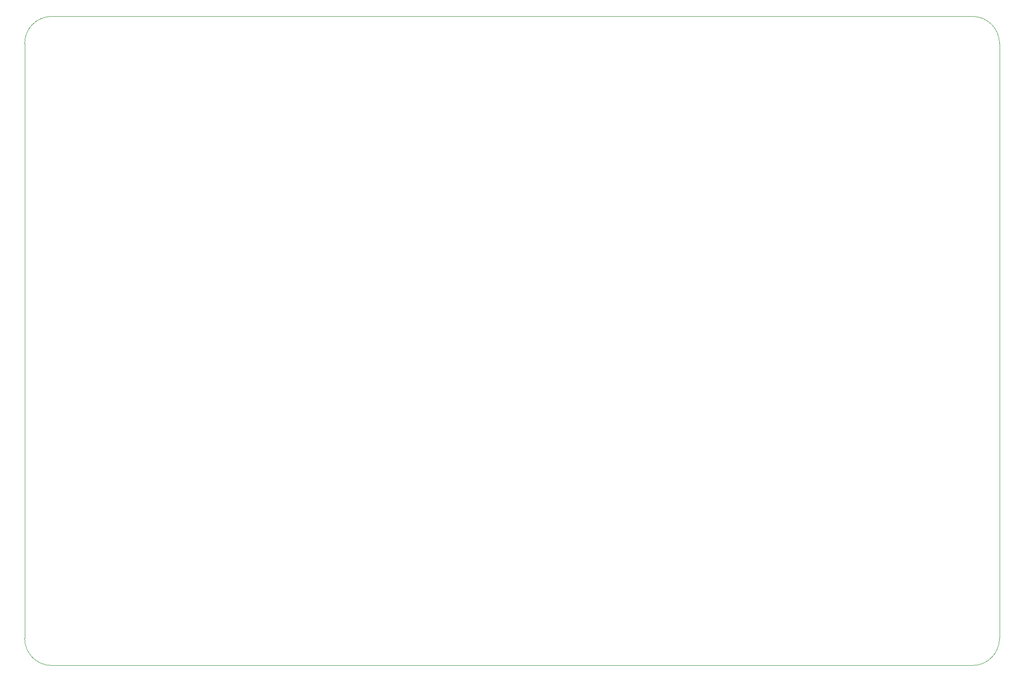
<source format=gbr>
%TF.GenerationSoftware,KiCad,Pcbnew,7.0.10-7.0.10~ubuntu22.04.1*%
%TF.CreationDate,2024-01-14T19:01:11-05:00*%
%TF.ProjectId,euro_2x,6575726f-5f32-4782-9e6b-696361645f70,rev?*%
%TF.SameCoordinates,Original*%
%TF.FileFunction,Profile,NP*%
%FSLAX46Y46*%
G04 Gerber Fmt 4.6, Leading zero omitted, Abs format (unit mm)*
G04 Created by KiCad (PCBNEW 7.0.10-7.0.10~ubuntu22.04.1) date 2024-01-14 19:01:11*
%MOMM*%
%LPD*%
G01*
G04 APERTURE LIST*
%TA.AperFunction,Profile*%
%ADD10C,0.100000*%
%TD*%
G04 APERTURE END LIST*
D10*
X60960000Y-147320000D02*
X60960000Y-35560000D01*
X243840002Y-35559998D02*
G75*
G03*
X238760002Y-30479998I-5080002J-2D01*
G01*
X66040000Y-152400000D02*
X238760000Y-152400000D01*
X66040000Y-30480000D02*
X238760002Y-30479998D01*
X243840000Y-147320000D02*
X243840000Y-35559999D01*
X60960000Y-147320000D02*
G75*
G03*
X66040000Y-152400000I5080000J0D01*
G01*
X66040000Y-30480000D02*
G75*
G03*
X60960000Y-35560000I0J-5080000D01*
G01*
X238760000Y-152400000D02*
G75*
G03*
X243840000Y-147320000I0J5080000D01*
G01*
M02*

</source>
